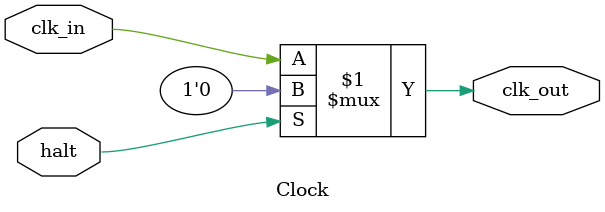
<source format=v>
`timescale 1ns / 1ps


module Clock(
    input clk_in,
    input halt,
    output clk_out
    );

    assign clk_out = (halt)? 1'b0:clk_in;


    // template
    // Clock(
    //     .clk_in(),
    //     .halt(),
    //     .clk_out()
    // )
endmodule

</source>
